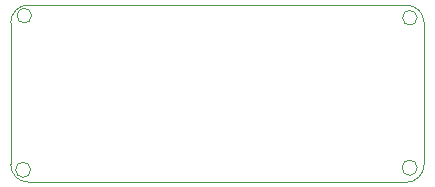
<source format=gbr>
%TF.GenerationSoftware,KiCad,Pcbnew,9.0.4*%
%TF.CreationDate,2025-12-06T16:41:30+03:30*%
%TF.ProjectId,Tiny_Solar_Power_Supply002,54696e79-5f53-46f6-9c61-725f506f7765,rev?*%
%TF.SameCoordinates,Original*%
%TF.FileFunction,Profile,NP*%
%FSLAX46Y46*%
G04 Gerber Fmt 4.6, Leading zero omitted, Abs format (unit mm)*
G04 Created by KiCad (PCBNEW 9.0.4) date 2025-12-06 16:41:30*
%MOMM*%
%LPD*%
G01*
G04 APERTURE LIST*
%TA.AperFunction,Profile*%
%ADD10C,0.050000*%
%TD*%
G04 APERTURE END LIST*
D10*
X146000833Y-92500000D02*
X146000833Y-104500000D01*
X110999167Y-92500000D02*
G75*
G02*
X112500000Y-90999167I1500833J0D01*
G01*
X146006750Y-104500000D02*
G75*
G02*
X144500000Y-106006750I-1506750J0D01*
G01*
X112686396Y-104950000D02*
G75*
G02*
X111413604Y-104950000I-636396J0D01*
G01*
X111413604Y-104950000D02*
G75*
G02*
X112686396Y-104950000I636396J0D01*
G01*
X144500000Y-90999167D02*
G75*
G02*
X146000833Y-92500000I0J-1500833D01*
G01*
X112767454Y-91900000D02*
G75*
G02*
X111532546Y-91900000I-617454J0D01*
G01*
X111532546Y-91900000D02*
G75*
G02*
X112767454Y-91900000I617454J0D01*
G01*
X145428093Y-104775000D02*
G75*
G02*
X144131907Y-104775000I-648093J0D01*
G01*
X144131907Y-104775000D02*
G75*
G02*
X145428093Y-104775000I648093J0D01*
G01*
X144500000Y-106006750D02*
X112500000Y-106006750D01*
X112500000Y-106000000D02*
G75*
G02*
X111000000Y-104500000I0J1500000D01*
G01*
X110999167Y-92500000D02*
X110999167Y-104500000D01*
X145415000Y-92075000D02*
G75*
G02*
X144180092Y-92075000I-617454J0D01*
G01*
X144180092Y-92075000D02*
G75*
G02*
X145415000Y-92075000I617454J0D01*
G01*
X112500000Y-90999167D02*
X144500000Y-90999167D01*
M02*

</source>
